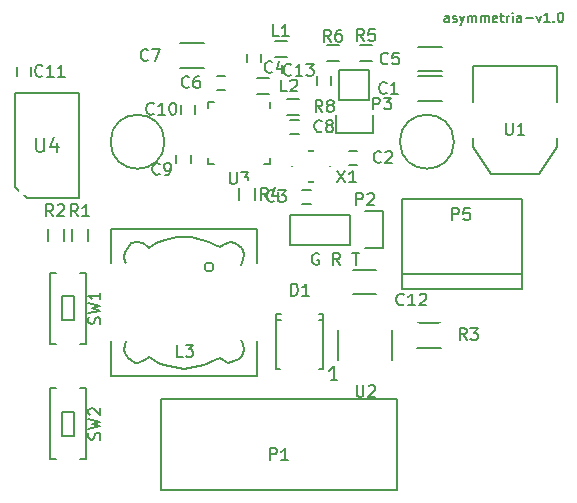
<source format=gto>
G04 #@! TF.FileFunction,Legend,Top*
%FSLAX46Y46*%
G04 Gerber Fmt 4.6, Leading zero omitted, Abs format (unit mm)*
G04 Created by KiCad (PCBNEW 4.0.0-2.201512062335+6193~38~ubuntu15.10.1-stable) date ke 13. tammikuuta 2016 13.01.44*
%MOMM*%
G01*
G04 APERTURE LIST*
%ADD10C,0.100000*%
%ADD11C,0.150000*%
%ADD12C,0.200000*%
%ADD13R,3.205480X5.704840*%
%ADD14C,4.304800*%
%ADD15R,2.844800X2.844800*%
%ADD16C,2.844800*%
%ADD17R,1.054800X1.104800*%
%ADD18R,1.304800X1.904800*%
%ADD19R,1.104800X1.054800*%
%ADD20R,2.606040X2.804160*%
%ADD21R,0.804800X1.204800*%
%ADD22R,2.032000X2.336800*%
%ADD23O,2.032000X2.336800*%
%ADD24R,1.204800X0.804800*%
%ADD25R,1.204800X2.004800*%
%ADD26R,3.962400X2.336800*%
%ADD27R,1.320800X2.336800*%
%ADD28R,1.005840X1.805940*%
%ADD29R,1.305560X1.805940*%
%ADD30R,2.303780X1.104900*%
%ADD31R,0.300800X0.750800*%
%ADD32R,0.750800X0.300800*%
%ADD33R,1.775800X1.775800*%
%ADD34R,0.904800X2.504800*%
%ADD35R,1.704800X1.504800*%
%ADD36R,2.336800X2.336800*%
%ADD37O,2.336800X2.336800*%
%ADD38R,1.904800X2.484800*%
G04 APERTURE END LIST*
D10*
D11*
X153403880Y-61665405D02*
X153403880Y-61246357D01*
X153365785Y-61170167D01*
X153289595Y-61132071D01*
X153137214Y-61132071D01*
X153061023Y-61170167D01*
X153403880Y-61627310D02*
X153327690Y-61665405D01*
X153137214Y-61665405D01*
X153061023Y-61627310D01*
X153022928Y-61551119D01*
X153022928Y-61474929D01*
X153061023Y-61398738D01*
X153137214Y-61360643D01*
X153327690Y-61360643D01*
X153403880Y-61322548D01*
X153746738Y-61627310D02*
X153822928Y-61665405D01*
X153975309Y-61665405D01*
X154051500Y-61627310D01*
X154089595Y-61551119D01*
X154089595Y-61513024D01*
X154051500Y-61436833D01*
X153975309Y-61398738D01*
X153861024Y-61398738D01*
X153784833Y-61360643D01*
X153746738Y-61284452D01*
X153746738Y-61246357D01*
X153784833Y-61170167D01*
X153861024Y-61132071D01*
X153975309Y-61132071D01*
X154051500Y-61170167D01*
X154356262Y-61132071D02*
X154546738Y-61665405D01*
X154737214Y-61132071D02*
X154546738Y-61665405D01*
X154470547Y-61855881D01*
X154432452Y-61893976D01*
X154356262Y-61932071D01*
X155041976Y-61665405D02*
X155041976Y-61132071D01*
X155041976Y-61208262D02*
X155080071Y-61170167D01*
X155156262Y-61132071D01*
X155270548Y-61132071D01*
X155346738Y-61170167D01*
X155384833Y-61246357D01*
X155384833Y-61665405D01*
X155384833Y-61246357D02*
X155422929Y-61170167D01*
X155499119Y-61132071D01*
X155613405Y-61132071D01*
X155689595Y-61170167D01*
X155727690Y-61246357D01*
X155727690Y-61665405D01*
X156108643Y-61665405D02*
X156108643Y-61132071D01*
X156108643Y-61208262D02*
X156146738Y-61170167D01*
X156222929Y-61132071D01*
X156337215Y-61132071D01*
X156413405Y-61170167D01*
X156451500Y-61246357D01*
X156451500Y-61665405D01*
X156451500Y-61246357D02*
X156489596Y-61170167D01*
X156565786Y-61132071D01*
X156680072Y-61132071D01*
X156756262Y-61170167D01*
X156794357Y-61246357D01*
X156794357Y-61665405D01*
X157480072Y-61627310D02*
X157403882Y-61665405D01*
X157251501Y-61665405D01*
X157175310Y-61627310D01*
X157137215Y-61551119D01*
X157137215Y-61246357D01*
X157175310Y-61170167D01*
X157251501Y-61132071D01*
X157403882Y-61132071D01*
X157480072Y-61170167D01*
X157518167Y-61246357D01*
X157518167Y-61322548D01*
X157137215Y-61398738D01*
X157746738Y-61132071D02*
X158051500Y-61132071D01*
X157861024Y-60865405D02*
X157861024Y-61551119D01*
X157899119Y-61627310D01*
X157975310Y-61665405D01*
X158051500Y-61665405D01*
X158318167Y-61665405D02*
X158318167Y-61132071D01*
X158318167Y-61284452D02*
X158356262Y-61208262D01*
X158394358Y-61170167D01*
X158470548Y-61132071D01*
X158546739Y-61132071D01*
X158813405Y-61665405D02*
X158813405Y-61132071D01*
X158813405Y-60865405D02*
X158775310Y-60903500D01*
X158813405Y-60941595D01*
X158851500Y-60903500D01*
X158813405Y-60865405D01*
X158813405Y-60941595D01*
X159537214Y-61665405D02*
X159537214Y-61246357D01*
X159499119Y-61170167D01*
X159422929Y-61132071D01*
X159270548Y-61132071D01*
X159194357Y-61170167D01*
X159537214Y-61627310D02*
X159461024Y-61665405D01*
X159270548Y-61665405D01*
X159194357Y-61627310D01*
X159156262Y-61551119D01*
X159156262Y-61474929D01*
X159194357Y-61398738D01*
X159270548Y-61360643D01*
X159461024Y-61360643D01*
X159537214Y-61322548D01*
X159918167Y-61360643D02*
X160527691Y-61360643D01*
X160832453Y-61132071D02*
X161022929Y-61665405D01*
X161213405Y-61132071D01*
X161937215Y-61665405D02*
X161480072Y-61665405D01*
X161708643Y-61665405D02*
X161708643Y-60865405D01*
X161632453Y-60979690D01*
X161556262Y-61055881D01*
X161480072Y-61093976D01*
X162280072Y-61589214D02*
X162318167Y-61627310D01*
X162280072Y-61665405D01*
X162241977Y-61627310D01*
X162280072Y-61589214D01*
X162280072Y-61665405D01*
X162813405Y-60865405D02*
X162889596Y-60865405D01*
X162965786Y-60903500D01*
X163003881Y-60941595D01*
X163041977Y-61017786D01*
X163080072Y-61170167D01*
X163080072Y-61360643D01*
X163041977Y-61513024D01*
X163003881Y-61589214D01*
X162965786Y-61627310D01*
X162889596Y-61665405D01*
X162813405Y-61665405D01*
X162737215Y-61627310D01*
X162699119Y-61589214D01*
X162661024Y-61513024D01*
X162622929Y-61360643D01*
X162622929Y-61170167D01*
X162661024Y-61017786D01*
X162699119Y-60941595D01*
X162737215Y-60903500D01*
X162813405Y-60865405D01*
D12*
X142383048Y-81288000D02*
X142287810Y-81240381D01*
X142144953Y-81240381D01*
X142002095Y-81288000D01*
X141906857Y-81383238D01*
X141859238Y-81478476D01*
X141811619Y-81668952D01*
X141811619Y-81811810D01*
X141859238Y-82002286D01*
X141906857Y-82097524D01*
X142002095Y-82192762D01*
X142144953Y-82240381D01*
X142240191Y-82240381D01*
X142383048Y-82192762D01*
X142430667Y-82145143D01*
X142430667Y-81811810D01*
X142240191Y-81811810D01*
X144192572Y-82240381D02*
X143859238Y-81764190D01*
X143621143Y-82240381D02*
X143621143Y-81240381D01*
X144002096Y-81240381D01*
X144097334Y-81288000D01*
X144144953Y-81335619D01*
X144192572Y-81430857D01*
X144192572Y-81573714D01*
X144144953Y-81668952D01*
X144097334Y-81716571D01*
X144002096Y-81764190D01*
X143621143Y-81764190D01*
X145240191Y-81240381D02*
X145811620Y-81240381D01*
X145525905Y-82240381D02*
X145525905Y-81240381D01*
D11*
X133500314Y-82407760D02*
G75*
G03X133500314Y-82407760I-391234J0D01*
G01*
X126108840Y-82108040D02*
X126007240Y-82006440D01*
X126007240Y-82006440D02*
X125908180Y-81607660D01*
X125908180Y-81607660D02*
X126007240Y-81107280D01*
X126007240Y-81107280D02*
X126207900Y-80807560D01*
X126207900Y-80807560D02*
X126507620Y-80406240D01*
X126507620Y-80406240D02*
X127008000Y-80307180D01*
X127008000Y-80307180D02*
X127508380Y-80406240D01*
X127508380Y-80406240D02*
X127909700Y-80708500D01*
X127909700Y-80708500D02*
X128008760Y-80807560D01*
X128008760Y-80807560D02*
X128608200Y-80406240D01*
X128608200Y-80406240D02*
X129408300Y-80106520D01*
X129408300Y-80106520D02*
X130409060Y-79908400D01*
X130409060Y-79908400D02*
X131607940Y-79908400D01*
X131607940Y-79908400D02*
X132509640Y-80106520D01*
X132509640Y-80106520D02*
X133109080Y-80307180D01*
X133109080Y-80307180D02*
X133609460Y-80507840D01*
X133609460Y-80507840D02*
X134008240Y-80708500D01*
X134008240Y-80708500D02*
X134307960Y-80507840D01*
X134307960Y-80507840D02*
X134907400Y-80307180D01*
X134907400Y-80307180D02*
X135308720Y-80406240D01*
X135308720Y-80406240D02*
X135608440Y-80606900D01*
X135608440Y-80606900D02*
X135908160Y-80807560D01*
X135908160Y-80807560D02*
X136108820Y-81307940D01*
X136108820Y-81307940D02*
X136009760Y-81808320D01*
X136009760Y-81808320D02*
X135809100Y-82207100D01*
X126108840Y-88706960D02*
X126007240Y-89006680D01*
X126007240Y-89006680D02*
X125908180Y-89408000D01*
X125908180Y-89408000D02*
X126007240Y-89707720D01*
X126007240Y-89707720D02*
X126207900Y-90106500D01*
X126207900Y-90106500D02*
X126507620Y-90307160D01*
X126507620Y-90307160D02*
X126807340Y-90507820D01*
X126807340Y-90507820D02*
X127109600Y-90507820D01*
X127109600Y-90507820D02*
X127409320Y-90408760D01*
X127409320Y-90408760D02*
X127709040Y-90307160D01*
X127709040Y-90307160D02*
X128008760Y-90007440D01*
X128008760Y-90007440D02*
X128407540Y-90307160D01*
X128407540Y-90307160D02*
X128808860Y-90507820D01*
X128808860Y-90507820D02*
X129309240Y-90708480D01*
X129309240Y-90708480D02*
X130109340Y-90906600D01*
X130109340Y-90906600D02*
X131008500Y-91008200D01*
X131008500Y-91008200D02*
X131808600Y-90906600D01*
X131808600Y-90906600D02*
X132707760Y-90708480D01*
X132707760Y-90708480D02*
X133609460Y-90307160D01*
X133609460Y-90307160D02*
X134008240Y-90106500D01*
X134008240Y-90106500D02*
X134307960Y-90307160D01*
X134307960Y-90307160D02*
X134709280Y-90507820D01*
X134709280Y-90507820D02*
X135209660Y-90408760D01*
X135209660Y-90408760D02*
X135608440Y-90208100D01*
X135608440Y-90208100D02*
X135908160Y-89908380D01*
X135908160Y-89908380D02*
X136108820Y-89408000D01*
X136108820Y-89408000D02*
X136009760Y-88907620D01*
X136009760Y-88907620D02*
X135809100Y-88607900D01*
X137208640Y-82108040D02*
X137208640Y-79207360D01*
X137208640Y-79207360D02*
X124808360Y-79207360D01*
X124808360Y-79207360D02*
X124808360Y-82108040D01*
X124808360Y-91607640D02*
X137208640Y-91607640D01*
X137208640Y-91607640D02*
X137208640Y-88706960D01*
X124808360Y-91607640D02*
X124808360Y-88706960D01*
X153837500Y-71803500D02*
G75*
G03X153837500Y-71803500I-2286000J0D01*
G01*
X149011500Y-101303500D02*
X149011500Y-93553500D01*
X129011500Y-101303500D02*
X129011500Y-93553500D01*
X129011500Y-101303500D02*
X149011500Y-101303500D01*
X136511500Y-93553500D02*
X129011500Y-93553500D01*
X149011500Y-93553500D02*
X136261500Y-93553500D01*
X130339500Y-73634700D02*
X130339500Y-72934700D01*
X131539500Y-72934700D02*
X131539500Y-73634700D01*
X150801500Y-68328500D02*
X152801500Y-68328500D01*
X152801500Y-66278500D02*
X150801500Y-66278500D01*
X144938000Y-72552000D02*
X145638000Y-72552000D01*
X145638000Y-73752000D02*
X144938000Y-73752000D01*
X141001000Y-75854000D02*
X141701000Y-75854000D01*
X141701000Y-77054000D02*
X141001000Y-77054000D01*
X136306000Y-65056500D02*
X136306000Y-64356500D01*
X137506000Y-64356500D02*
X137506000Y-65056500D01*
X150801500Y-65828500D02*
X152801500Y-65828500D01*
X152801500Y-63778500D02*
X150801500Y-63778500D01*
X134462000Y-67402000D02*
X133762000Y-67402000D01*
X133762000Y-66202000D02*
X134462000Y-66202000D01*
X130651500Y-65528500D02*
X132651500Y-65528500D01*
X132651500Y-63478500D02*
X130651500Y-63478500D01*
X139985000Y-69948500D02*
X140685000Y-69948500D01*
X140685000Y-71148500D02*
X139985000Y-71148500D01*
X130745900Y-69418300D02*
X130745900Y-68718300D01*
X131945900Y-68718300D02*
X131945900Y-69418300D01*
X116875000Y-66199500D02*
X116875000Y-65499500D01*
X118075000Y-65499500D02*
X118075000Y-66199500D01*
X147286600Y-82668000D02*
X145286600Y-82668000D01*
X145286600Y-84718000D02*
X147286600Y-84718000D01*
X143426700Y-66279900D02*
X143426700Y-66979900D01*
X142226700Y-66979900D02*
X142226700Y-66279900D01*
X139000200Y-86415880D02*
X139200000Y-86415880D01*
X139050200Y-86872920D02*
X139199200Y-86872920D01*
X139000200Y-91018360D02*
X139149200Y-91018360D01*
X142600200Y-86420960D02*
X142451200Y-86420960D01*
X142600200Y-86872920D02*
X142451200Y-86872920D01*
X142600200Y-91023440D02*
X142451200Y-91023440D01*
X138851220Y-86872920D02*
X139049340Y-86872920D01*
X142799180Y-86872920D02*
X142601060Y-86872920D01*
X138803760Y-91018360D02*
X139001880Y-91018360D01*
X138803760Y-86415880D02*
X138803760Y-91018360D01*
X138803760Y-86415880D02*
X139001880Y-86415880D01*
X142799180Y-86420960D02*
X142601060Y-86420960D01*
X142799180Y-86420960D02*
X142799180Y-91023440D01*
X142799180Y-91023440D02*
X142601060Y-91023440D01*
X138692000Y-63269500D02*
X139692000Y-63269500D01*
X139692000Y-64619500D02*
X138692000Y-64619500D01*
X137168000Y-66381000D02*
X138168000Y-66381000D01*
X138168000Y-67731000D02*
X137168000Y-67731000D01*
X145034000Y-77978000D02*
X139954000Y-77978000D01*
X139954000Y-77978000D02*
X139954000Y-80518000D01*
X139954000Y-80518000D02*
X145034000Y-80518000D01*
X147854000Y-80798000D02*
X146304000Y-80798000D01*
X145034000Y-80518000D02*
X145034000Y-77978000D01*
X146304000Y-77698000D02*
X147854000Y-77698000D01*
X147854000Y-77698000D02*
X147854000Y-80798000D01*
X122851500Y-79185500D02*
X122851500Y-80185500D01*
X121501500Y-80185500D02*
X121501500Y-79185500D01*
X120819500Y-79185500D02*
X120819500Y-80185500D01*
X119469500Y-80185500D02*
X119469500Y-79185500D01*
X150709500Y-87126500D02*
X152709500Y-87126500D01*
X152709500Y-89276500D02*
X150709500Y-89276500D01*
X137009500Y-75763500D02*
X137009500Y-76763500D01*
X135659500Y-76763500D02*
X135659500Y-75763500D01*
X162556000Y-68476000D02*
X162556000Y-65428000D01*
X162556000Y-65428000D02*
X155444000Y-65428000D01*
X155444000Y-65428000D02*
X155444000Y-68476000D01*
X162556000Y-71524000D02*
X162556000Y-72286000D01*
X162556000Y-72286000D02*
X161032000Y-74572000D01*
X161032000Y-74572000D02*
X156968000Y-74572000D01*
X156968000Y-74572000D02*
X155444000Y-72286000D01*
X155444000Y-72286000D02*
X155444000Y-71524000D01*
X143462120Y-91975940D02*
X143962500Y-91975940D01*
X143261460Y-91175840D02*
X143711040Y-90777060D01*
X143711040Y-90777060D02*
X143711040Y-91975940D01*
X144010760Y-90327480D02*
X144010760Y-87726520D01*
X148613240Y-87726520D02*
X148613240Y-90327480D01*
X138276500Y-73678500D02*
X137751500Y-73678500D01*
X133026500Y-68428500D02*
X133551500Y-68428500D01*
X133026500Y-73678500D02*
X133551500Y-73678500D01*
X138276500Y-68428500D02*
X138276500Y-68953500D01*
X133026500Y-68428500D02*
X133026500Y-68953500D01*
X133026500Y-73678500D02*
X133026500Y-73153500D01*
X138276500Y-73678500D02*
X138276500Y-73153500D01*
D12*
X116675000Y-75611000D02*
X117675000Y-76611000D01*
X117675000Y-76611000D02*
X122085000Y-76611000D01*
X122085000Y-76611000D02*
X122085000Y-67661000D01*
X122085000Y-67661000D02*
X116675000Y-67661000D01*
X116675000Y-67661000D02*
X116675000Y-75611000D01*
D11*
X143332000Y-75214000D02*
X140132000Y-75214000D01*
X140132000Y-75214000D02*
X140132000Y-72614000D01*
X140132000Y-72614000D02*
X143332000Y-72614000D01*
X143332000Y-72614000D02*
X143332000Y-75214000D01*
X144147500Y-68255500D02*
X144147500Y-65715500D01*
X143867500Y-71075500D02*
X143867500Y-69525500D01*
X144147500Y-68255500D02*
X146687500Y-68255500D01*
X146967500Y-69525500D02*
X146967500Y-71075500D01*
X146967500Y-71075500D02*
X143867500Y-71075500D01*
X146687500Y-68255500D02*
X146687500Y-65715500D01*
X146687500Y-65715500D02*
X144147500Y-65715500D01*
X145882700Y-63618100D02*
X146882700Y-63618100D01*
X146882700Y-64968100D02*
X145882700Y-64968100D01*
X143088700Y-63618100D02*
X144088700Y-63618100D01*
X144088700Y-64968100D02*
X143088700Y-64968100D01*
X159580000Y-83040000D02*
X149420000Y-83040000D01*
X159580000Y-84310000D02*
X159580000Y-76690000D01*
X159580000Y-76690000D02*
X149420000Y-76690000D01*
X149420000Y-76690000D02*
X149420000Y-84310000D01*
X149420000Y-84310000D02*
X159580000Y-84310000D01*
X139708000Y-68159000D02*
X140708000Y-68159000D01*
X140708000Y-69509000D02*
X139708000Y-69509000D01*
X129337500Y-71803500D02*
G75*
G03X129337500Y-71803500I-2286000J0D01*
G01*
X120660500Y-86908500D02*
X121660500Y-86908500D01*
X121660500Y-86908500D02*
X121660500Y-84908500D01*
X121660500Y-84908500D02*
X120660500Y-84908500D01*
X120660500Y-84908500D02*
X120660500Y-86908500D01*
X122160500Y-88908500D02*
X122660500Y-88908500D01*
X122660500Y-88908500D02*
X122660500Y-82908500D01*
X122660500Y-82908500D02*
X122160500Y-82908500D01*
X119660500Y-88908500D02*
X120160500Y-88908500D01*
X119660500Y-88908500D02*
X119660500Y-82908500D01*
X119660500Y-82908500D02*
X120160500Y-82908500D01*
X121660500Y-94687500D02*
X120660500Y-94687500D01*
X120660500Y-94687500D02*
X120660500Y-96687500D01*
X120660500Y-96687500D02*
X121660500Y-96687500D01*
X121660500Y-96687500D02*
X121660500Y-94687500D01*
X120160500Y-92687500D02*
X119660500Y-92687500D01*
X119660500Y-92687500D02*
X119660500Y-98687500D01*
X119660500Y-98687500D02*
X120160500Y-98687500D01*
X122660500Y-92687500D02*
X122160500Y-92687500D01*
X122660500Y-92687500D02*
X122660500Y-98687500D01*
X122660500Y-98687500D02*
X122160500Y-98687500D01*
X130879934Y-90012781D02*
X130403743Y-90012781D01*
X130403743Y-89012781D01*
X131118029Y-89012781D02*
X131737077Y-89012781D01*
X131403743Y-89393733D01*
X131546601Y-89393733D01*
X131641839Y-89441352D01*
X131689458Y-89488971D01*
X131737077Y-89584210D01*
X131737077Y-89822305D01*
X131689458Y-89917543D01*
X131641839Y-89965162D01*
X131546601Y-90012781D01*
X131260886Y-90012781D01*
X131165648Y-89965162D01*
X131118029Y-89917543D01*
X138273405Y-98755881D02*
X138273405Y-97755881D01*
X138654358Y-97755881D01*
X138749596Y-97803500D01*
X138797215Y-97851119D01*
X138844834Y-97946357D01*
X138844834Y-98089214D01*
X138797215Y-98184452D01*
X138749596Y-98232071D01*
X138654358Y-98279690D01*
X138273405Y-98279690D01*
X139797215Y-98755881D02*
X139225786Y-98755881D01*
X139511500Y-98755881D02*
X139511500Y-97755881D01*
X139416262Y-97898738D01*
X139321024Y-97993976D01*
X139225786Y-98041595D01*
X128931334Y-74530843D02*
X128883715Y-74578462D01*
X128740858Y-74626081D01*
X128645620Y-74626081D01*
X128502762Y-74578462D01*
X128407524Y-74483224D01*
X128359905Y-74387986D01*
X128312286Y-74197510D01*
X128312286Y-74054652D01*
X128359905Y-73864176D01*
X128407524Y-73768938D01*
X128502762Y-73673700D01*
X128645620Y-73626081D01*
X128740858Y-73626081D01*
X128883715Y-73673700D01*
X128931334Y-73721319D01*
X129407524Y-74626081D02*
X129598000Y-74626081D01*
X129693239Y-74578462D01*
X129740858Y-74530843D01*
X129836096Y-74387986D01*
X129883715Y-74197510D01*
X129883715Y-73816557D01*
X129836096Y-73721319D01*
X129788477Y-73673700D01*
X129693239Y-73626081D01*
X129502762Y-73626081D01*
X129407524Y-73673700D01*
X129359905Y-73721319D01*
X129312286Y-73816557D01*
X129312286Y-74054652D01*
X129359905Y-74149890D01*
X129407524Y-74197510D01*
X129502762Y-74245129D01*
X129693239Y-74245129D01*
X129788477Y-74197510D01*
X129836096Y-74149890D01*
X129883715Y-74054652D01*
X148134834Y-67660643D02*
X148087215Y-67708262D01*
X147944358Y-67755881D01*
X147849120Y-67755881D01*
X147706262Y-67708262D01*
X147611024Y-67613024D01*
X147563405Y-67517786D01*
X147515786Y-67327310D01*
X147515786Y-67184452D01*
X147563405Y-66993976D01*
X147611024Y-66898738D01*
X147706262Y-66803500D01*
X147849120Y-66755881D01*
X147944358Y-66755881D01*
X148087215Y-66803500D01*
X148134834Y-66851119D01*
X149087215Y-67755881D02*
X148515786Y-67755881D01*
X148801500Y-67755881D02*
X148801500Y-66755881D01*
X148706262Y-66898738D01*
X148611024Y-66993976D01*
X148515786Y-67041595D01*
X147661334Y-73509143D02*
X147613715Y-73556762D01*
X147470858Y-73604381D01*
X147375620Y-73604381D01*
X147232762Y-73556762D01*
X147137524Y-73461524D01*
X147089905Y-73366286D01*
X147042286Y-73175810D01*
X147042286Y-73032952D01*
X147089905Y-72842476D01*
X147137524Y-72747238D01*
X147232762Y-72652000D01*
X147375620Y-72604381D01*
X147470858Y-72604381D01*
X147613715Y-72652000D01*
X147661334Y-72699619D01*
X148042286Y-72699619D02*
X148089905Y-72652000D01*
X148185143Y-72604381D01*
X148423239Y-72604381D01*
X148518477Y-72652000D01*
X148566096Y-72699619D01*
X148613715Y-72794857D01*
X148613715Y-72890095D01*
X148566096Y-73032952D01*
X147994667Y-73604381D01*
X148613715Y-73604381D01*
X138644334Y-76811143D02*
X138596715Y-76858762D01*
X138453858Y-76906381D01*
X138358620Y-76906381D01*
X138215762Y-76858762D01*
X138120524Y-76763524D01*
X138072905Y-76668286D01*
X138025286Y-76477810D01*
X138025286Y-76334952D01*
X138072905Y-76144476D01*
X138120524Y-76049238D01*
X138215762Y-75954000D01*
X138358620Y-75906381D01*
X138453858Y-75906381D01*
X138596715Y-75954000D01*
X138644334Y-76001619D01*
X138977667Y-75906381D02*
X139596715Y-75906381D01*
X139263381Y-76287333D01*
X139406239Y-76287333D01*
X139501477Y-76334952D01*
X139549096Y-76382571D01*
X139596715Y-76477810D01*
X139596715Y-76715905D01*
X139549096Y-76811143D01*
X139501477Y-76858762D01*
X139406239Y-76906381D01*
X139120524Y-76906381D01*
X139025286Y-76858762D01*
X138977667Y-76811143D01*
X138453834Y-65889143D02*
X138406215Y-65936762D01*
X138263358Y-65984381D01*
X138168120Y-65984381D01*
X138025262Y-65936762D01*
X137930024Y-65841524D01*
X137882405Y-65746286D01*
X137834786Y-65555810D01*
X137834786Y-65412952D01*
X137882405Y-65222476D01*
X137930024Y-65127238D01*
X138025262Y-65032000D01*
X138168120Y-64984381D01*
X138263358Y-64984381D01*
X138406215Y-65032000D01*
X138453834Y-65079619D01*
X139310977Y-65317714D02*
X139310977Y-65984381D01*
X139072881Y-64936762D02*
X138834786Y-65651048D01*
X139453834Y-65651048D01*
X148259134Y-65166343D02*
X148211515Y-65213962D01*
X148068658Y-65261581D01*
X147973420Y-65261581D01*
X147830562Y-65213962D01*
X147735324Y-65118724D01*
X147687705Y-65023486D01*
X147640086Y-64833010D01*
X147640086Y-64690152D01*
X147687705Y-64499676D01*
X147735324Y-64404438D01*
X147830562Y-64309200D01*
X147973420Y-64261581D01*
X148068658Y-64261581D01*
X148211515Y-64309200D01*
X148259134Y-64356819D01*
X149163896Y-64261581D02*
X148687705Y-64261581D01*
X148640086Y-64737771D01*
X148687705Y-64690152D01*
X148782943Y-64642533D01*
X149021039Y-64642533D01*
X149116277Y-64690152D01*
X149163896Y-64737771D01*
X149211515Y-64833010D01*
X149211515Y-65071105D01*
X149163896Y-65166343D01*
X149116277Y-65213962D01*
X149021039Y-65261581D01*
X148782943Y-65261581D01*
X148687705Y-65213962D01*
X148640086Y-65166343D01*
X131405334Y-67159143D02*
X131357715Y-67206762D01*
X131214858Y-67254381D01*
X131119620Y-67254381D01*
X130976762Y-67206762D01*
X130881524Y-67111524D01*
X130833905Y-67016286D01*
X130786286Y-66825810D01*
X130786286Y-66682952D01*
X130833905Y-66492476D01*
X130881524Y-66397238D01*
X130976762Y-66302000D01*
X131119620Y-66254381D01*
X131214858Y-66254381D01*
X131357715Y-66302000D01*
X131405334Y-66349619D01*
X132262477Y-66254381D02*
X132072000Y-66254381D01*
X131976762Y-66302000D01*
X131929143Y-66349619D01*
X131833905Y-66492476D01*
X131786286Y-66682952D01*
X131786286Y-67063905D01*
X131833905Y-67159143D01*
X131881524Y-67206762D01*
X131976762Y-67254381D01*
X132167239Y-67254381D01*
X132262477Y-67206762D01*
X132310096Y-67159143D01*
X132357715Y-67063905D01*
X132357715Y-66825810D01*
X132310096Y-66730571D01*
X132262477Y-66682952D01*
X132167239Y-66635333D01*
X131976762Y-66635333D01*
X131881524Y-66682952D01*
X131833905Y-66730571D01*
X131786286Y-66825810D01*
X127928834Y-64860643D02*
X127881215Y-64908262D01*
X127738358Y-64955881D01*
X127643120Y-64955881D01*
X127500262Y-64908262D01*
X127405024Y-64813024D01*
X127357405Y-64717786D01*
X127309786Y-64527310D01*
X127309786Y-64384452D01*
X127357405Y-64193976D01*
X127405024Y-64098738D01*
X127500262Y-64003500D01*
X127643120Y-63955881D01*
X127738358Y-63955881D01*
X127881215Y-64003500D01*
X127928834Y-64051119D01*
X128262167Y-63955881D02*
X128928834Y-63955881D01*
X128500262Y-64955881D01*
X142647334Y-70898643D02*
X142599715Y-70946262D01*
X142456858Y-70993881D01*
X142361620Y-70993881D01*
X142218762Y-70946262D01*
X142123524Y-70851024D01*
X142075905Y-70755786D01*
X142028286Y-70565310D01*
X142028286Y-70422452D01*
X142075905Y-70231976D01*
X142123524Y-70136738D01*
X142218762Y-70041500D01*
X142361620Y-69993881D01*
X142456858Y-69993881D01*
X142599715Y-70041500D01*
X142647334Y-70089119D01*
X143218762Y-70422452D02*
X143123524Y-70374833D01*
X143075905Y-70327214D01*
X143028286Y-70231976D01*
X143028286Y-70184357D01*
X143075905Y-70089119D01*
X143123524Y-70041500D01*
X143218762Y-69993881D01*
X143409239Y-69993881D01*
X143504477Y-70041500D01*
X143552096Y-70089119D01*
X143599715Y-70184357D01*
X143599715Y-70231976D01*
X143552096Y-70327214D01*
X143504477Y-70374833D01*
X143409239Y-70422452D01*
X143218762Y-70422452D01*
X143123524Y-70470071D01*
X143075905Y-70517690D01*
X143028286Y-70612929D01*
X143028286Y-70803405D01*
X143075905Y-70898643D01*
X143123524Y-70946262D01*
X143218762Y-70993881D01*
X143409239Y-70993881D01*
X143504477Y-70946262D01*
X143552096Y-70898643D01*
X143599715Y-70803405D01*
X143599715Y-70612929D01*
X143552096Y-70517690D01*
X143504477Y-70470071D01*
X143409239Y-70422452D01*
X128417043Y-69425443D02*
X128369424Y-69473062D01*
X128226567Y-69520681D01*
X128131329Y-69520681D01*
X127988471Y-69473062D01*
X127893233Y-69377824D01*
X127845614Y-69282586D01*
X127797995Y-69092110D01*
X127797995Y-68949252D01*
X127845614Y-68758776D01*
X127893233Y-68663538D01*
X127988471Y-68568300D01*
X128131329Y-68520681D01*
X128226567Y-68520681D01*
X128369424Y-68568300D01*
X128417043Y-68615919D01*
X129369424Y-69520681D02*
X128797995Y-69520681D01*
X129083709Y-69520681D02*
X129083709Y-68520681D01*
X128988471Y-68663538D01*
X128893233Y-68758776D01*
X128797995Y-68806395D01*
X129988471Y-68520681D02*
X130083710Y-68520681D01*
X130178948Y-68568300D01*
X130226567Y-68615919D01*
X130274186Y-68711157D01*
X130321805Y-68901633D01*
X130321805Y-69139729D01*
X130274186Y-69330205D01*
X130226567Y-69425443D01*
X130178948Y-69473062D01*
X130083710Y-69520681D01*
X129988471Y-69520681D01*
X129893233Y-69473062D01*
X129845614Y-69425443D01*
X129797995Y-69330205D01*
X129750376Y-69139729D01*
X129750376Y-68901633D01*
X129797995Y-68711157D01*
X129845614Y-68615919D01*
X129893233Y-68568300D01*
X129988471Y-68520681D01*
X118991143Y-66206643D02*
X118943524Y-66254262D01*
X118800667Y-66301881D01*
X118705429Y-66301881D01*
X118562571Y-66254262D01*
X118467333Y-66159024D01*
X118419714Y-66063786D01*
X118372095Y-65873310D01*
X118372095Y-65730452D01*
X118419714Y-65539976D01*
X118467333Y-65444738D01*
X118562571Y-65349500D01*
X118705429Y-65301881D01*
X118800667Y-65301881D01*
X118943524Y-65349500D01*
X118991143Y-65397119D01*
X119943524Y-66301881D02*
X119372095Y-66301881D01*
X119657809Y-66301881D02*
X119657809Y-65301881D01*
X119562571Y-65444738D01*
X119467333Y-65539976D01*
X119372095Y-65587595D01*
X120895905Y-66301881D02*
X120324476Y-66301881D01*
X120610190Y-66301881D02*
X120610190Y-65301881D01*
X120514952Y-65444738D01*
X120419714Y-65539976D01*
X120324476Y-65587595D01*
X149598143Y-85574143D02*
X149550524Y-85621762D01*
X149407667Y-85669381D01*
X149312429Y-85669381D01*
X149169571Y-85621762D01*
X149074333Y-85526524D01*
X149026714Y-85431286D01*
X148979095Y-85240810D01*
X148979095Y-85097952D01*
X149026714Y-84907476D01*
X149074333Y-84812238D01*
X149169571Y-84717000D01*
X149312429Y-84669381D01*
X149407667Y-84669381D01*
X149550524Y-84717000D01*
X149598143Y-84764619D01*
X150550524Y-85669381D02*
X149979095Y-85669381D01*
X150264809Y-85669381D02*
X150264809Y-84669381D01*
X150169571Y-84812238D01*
X150074333Y-84907476D01*
X149979095Y-84955095D01*
X150931476Y-84764619D02*
X150979095Y-84717000D01*
X151074333Y-84669381D01*
X151312429Y-84669381D01*
X151407667Y-84717000D01*
X151455286Y-84764619D01*
X151502905Y-84859857D01*
X151502905Y-84955095D01*
X151455286Y-85097952D01*
X150883857Y-85669381D01*
X151502905Y-85669381D01*
X140050243Y-66123443D02*
X140002624Y-66171062D01*
X139859767Y-66218681D01*
X139764529Y-66218681D01*
X139621671Y-66171062D01*
X139526433Y-66075824D01*
X139478814Y-65980586D01*
X139431195Y-65790110D01*
X139431195Y-65647252D01*
X139478814Y-65456776D01*
X139526433Y-65361538D01*
X139621671Y-65266300D01*
X139764529Y-65218681D01*
X139859767Y-65218681D01*
X140002624Y-65266300D01*
X140050243Y-65313919D01*
X141002624Y-66218681D02*
X140431195Y-66218681D01*
X140716909Y-66218681D02*
X140716909Y-65218681D01*
X140621671Y-65361538D01*
X140526433Y-65456776D01*
X140431195Y-65504395D01*
X141335957Y-65218681D02*
X141955005Y-65218681D01*
X141621671Y-65599633D01*
X141764529Y-65599633D01*
X141859767Y-65647252D01*
X141907386Y-65694871D01*
X141955005Y-65790110D01*
X141955005Y-66028205D01*
X141907386Y-66123443D01*
X141859767Y-66171062D01*
X141764529Y-66218681D01*
X141478814Y-66218681D01*
X141383576Y-66171062D01*
X141335957Y-66123443D01*
X140062105Y-84831181D02*
X140062105Y-83831181D01*
X140300200Y-83831181D01*
X140443058Y-83878800D01*
X140538296Y-83974038D01*
X140585915Y-84069276D01*
X140633534Y-84259752D01*
X140633534Y-84402610D01*
X140585915Y-84593086D01*
X140538296Y-84688324D01*
X140443058Y-84783562D01*
X140300200Y-84831181D01*
X140062105Y-84831181D01*
X141585915Y-84831181D02*
X141014486Y-84831181D01*
X141300200Y-84831181D02*
X141300200Y-83831181D01*
X141204962Y-83974038D01*
X141109724Y-84069276D01*
X141014486Y-84116895D01*
X139002434Y-62865881D02*
X138526243Y-62865881D01*
X138526243Y-61865881D01*
X139859577Y-62865881D02*
X139288148Y-62865881D01*
X139573862Y-62865881D02*
X139573862Y-61865881D01*
X139478624Y-62008738D01*
X139383386Y-62103976D01*
X139288148Y-62151595D01*
X139713634Y-67539481D02*
X139237443Y-67539481D01*
X139237443Y-66539481D01*
X139999348Y-66634719D02*
X140046967Y-66587100D01*
X140142205Y-66539481D01*
X140380301Y-66539481D01*
X140475539Y-66587100D01*
X140523158Y-66634719D01*
X140570777Y-66729957D01*
X140570777Y-66825195D01*
X140523158Y-66968052D01*
X139951729Y-67539481D01*
X140570777Y-67539481D01*
X145565905Y-77160381D02*
X145565905Y-76160381D01*
X145946858Y-76160381D01*
X146042096Y-76208000D01*
X146089715Y-76255619D01*
X146137334Y-76350857D01*
X146137334Y-76493714D01*
X146089715Y-76588952D01*
X146042096Y-76636571D01*
X145946858Y-76684190D01*
X145565905Y-76684190D01*
X146518286Y-76255619D02*
X146565905Y-76208000D01*
X146661143Y-76160381D01*
X146899239Y-76160381D01*
X146994477Y-76208000D01*
X147042096Y-76255619D01*
X147089715Y-76350857D01*
X147089715Y-76446095D01*
X147042096Y-76588952D01*
X146470667Y-77160381D01*
X147089715Y-77160381D01*
X122009834Y-78105881D02*
X121676500Y-77629690D01*
X121438405Y-78105881D02*
X121438405Y-77105881D01*
X121819358Y-77105881D01*
X121914596Y-77153500D01*
X121962215Y-77201119D01*
X122009834Y-77296357D01*
X122009834Y-77439214D01*
X121962215Y-77534452D01*
X121914596Y-77582071D01*
X121819358Y-77629690D01*
X121438405Y-77629690D01*
X122962215Y-78105881D02*
X122390786Y-78105881D01*
X122676500Y-78105881D02*
X122676500Y-77105881D01*
X122581262Y-77248738D01*
X122486024Y-77343976D01*
X122390786Y-77391595D01*
X119914334Y-78105881D02*
X119581000Y-77629690D01*
X119342905Y-78105881D02*
X119342905Y-77105881D01*
X119723858Y-77105881D01*
X119819096Y-77153500D01*
X119866715Y-77201119D01*
X119914334Y-77296357D01*
X119914334Y-77439214D01*
X119866715Y-77534452D01*
X119819096Y-77582071D01*
X119723858Y-77629690D01*
X119342905Y-77629690D01*
X120295286Y-77201119D02*
X120342905Y-77153500D01*
X120438143Y-77105881D01*
X120676239Y-77105881D01*
X120771477Y-77153500D01*
X120819096Y-77201119D01*
X120866715Y-77296357D01*
X120866715Y-77391595D01*
X120819096Y-77534452D01*
X120247667Y-78105881D01*
X120866715Y-78105881D01*
X154908334Y-88590381D02*
X154575000Y-88114190D01*
X154336905Y-88590381D02*
X154336905Y-87590381D01*
X154717858Y-87590381D01*
X154813096Y-87638000D01*
X154860715Y-87685619D01*
X154908334Y-87780857D01*
X154908334Y-87923714D01*
X154860715Y-88018952D01*
X154813096Y-88066571D01*
X154717858Y-88114190D01*
X154336905Y-88114190D01*
X155241667Y-87590381D02*
X155860715Y-87590381D01*
X155527381Y-87971333D01*
X155670239Y-87971333D01*
X155765477Y-88018952D01*
X155813096Y-88066571D01*
X155860715Y-88161810D01*
X155860715Y-88399905D01*
X155813096Y-88495143D01*
X155765477Y-88542762D01*
X155670239Y-88590381D01*
X155384524Y-88590381D01*
X155289286Y-88542762D01*
X155241667Y-88495143D01*
X138072834Y-76715881D02*
X137739500Y-76239690D01*
X137501405Y-76715881D02*
X137501405Y-75715881D01*
X137882358Y-75715881D01*
X137977596Y-75763500D01*
X138025215Y-75811119D01*
X138072834Y-75906357D01*
X138072834Y-76049214D01*
X138025215Y-76144452D01*
X137977596Y-76192071D01*
X137882358Y-76239690D01*
X137501405Y-76239690D01*
X138929977Y-76049214D02*
X138929977Y-76715881D01*
X138691881Y-75668262D02*
X138453786Y-76382548D01*
X139072834Y-76382548D01*
X158238095Y-70214381D02*
X158238095Y-71023905D01*
X158285714Y-71119143D01*
X158333333Y-71166762D01*
X158428571Y-71214381D01*
X158619048Y-71214381D01*
X158714286Y-71166762D01*
X158761905Y-71119143D01*
X158809524Y-71023905D01*
X158809524Y-70214381D01*
X159809524Y-71214381D02*
X159238095Y-71214381D01*
X159523809Y-71214381D02*
X159523809Y-70214381D01*
X159428571Y-70357238D01*
X159333333Y-70452476D01*
X159238095Y-70500095D01*
X145613595Y-92416381D02*
X145613595Y-93225905D01*
X145661214Y-93321143D01*
X145708833Y-93368762D01*
X145804071Y-93416381D01*
X145994548Y-93416381D01*
X146089786Y-93368762D01*
X146137405Y-93321143D01*
X146185024Y-93225905D01*
X146185024Y-92416381D01*
X146613595Y-92511619D02*
X146661214Y-92464000D01*
X146756452Y-92416381D01*
X146994548Y-92416381D01*
X147089786Y-92464000D01*
X147137405Y-92511619D01*
X147185024Y-92606857D01*
X147185024Y-92702095D01*
X147137405Y-92844952D01*
X146565976Y-93416381D01*
X147185024Y-93416381D01*
X134874095Y-74382381D02*
X134874095Y-75191905D01*
X134921714Y-75287143D01*
X134969333Y-75334762D01*
X135064571Y-75382381D01*
X135255048Y-75382381D01*
X135350286Y-75334762D01*
X135397905Y-75287143D01*
X135445524Y-75191905D01*
X135445524Y-74382381D01*
X135826476Y-74382381D02*
X136445524Y-74382381D01*
X136112190Y-74763333D01*
X136255048Y-74763333D01*
X136350286Y-74810952D01*
X136397905Y-74858571D01*
X136445524Y-74953810D01*
X136445524Y-75191905D01*
X136397905Y-75287143D01*
X136350286Y-75334762D01*
X136255048Y-75382381D01*
X135969333Y-75382381D01*
X135874095Y-75334762D01*
X135826476Y-75287143D01*
D12*
X118465714Y-71478857D02*
X118465714Y-72450286D01*
X118522857Y-72564571D01*
X118580000Y-72621714D01*
X118694286Y-72678857D01*
X118922857Y-72678857D01*
X119037143Y-72621714D01*
X119094286Y-72564571D01*
X119151429Y-72450286D01*
X119151429Y-71478857D01*
X120237143Y-71878857D02*
X120237143Y-72678857D01*
X119951429Y-71421714D02*
X119665714Y-72278857D01*
X120408572Y-72278857D01*
D11*
X143970476Y-74255381D02*
X144637143Y-75255381D01*
X144637143Y-74255381D02*
X143970476Y-75255381D01*
X145541905Y-75255381D02*
X144970476Y-75255381D01*
X145256190Y-75255381D02*
X145256190Y-74255381D01*
X145160952Y-74398238D01*
X145065714Y-74493476D01*
X144970476Y-74541095D01*
X147016205Y-69063481D02*
X147016205Y-68063481D01*
X147397158Y-68063481D01*
X147492396Y-68111100D01*
X147540015Y-68158719D01*
X147587634Y-68253957D01*
X147587634Y-68396814D01*
X147540015Y-68492052D01*
X147492396Y-68539671D01*
X147397158Y-68587290D01*
X147016205Y-68587290D01*
X147920967Y-68063481D02*
X148540015Y-68063481D01*
X148206681Y-68444433D01*
X148349539Y-68444433D01*
X148444777Y-68492052D01*
X148492396Y-68539671D01*
X148540015Y-68634910D01*
X148540015Y-68873005D01*
X148492396Y-68968243D01*
X148444777Y-69015862D01*
X148349539Y-69063481D01*
X148063824Y-69063481D01*
X147968586Y-69015862D01*
X147920967Y-68968243D01*
X146216034Y-63272281D02*
X145882700Y-62796090D01*
X145644605Y-63272281D02*
X145644605Y-62272281D01*
X146025558Y-62272281D01*
X146120796Y-62319900D01*
X146168415Y-62367519D01*
X146216034Y-62462757D01*
X146216034Y-62605614D01*
X146168415Y-62700852D01*
X146120796Y-62748471D01*
X146025558Y-62796090D01*
X145644605Y-62796090D01*
X147120796Y-62272281D02*
X146644605Y-62272281D01*
X146596986Y-62748471D01*
X146644605Y-62700852D01*
X146739843Y-62653233D01*
X146977939Y-62653233D01*
X147073177Y-62700852D01*
X147120796Y-62748471D01*
X147168415Y-62843710D01*
X147168415Y-63081805D01*
X147120796Y-63177043D01*
X147073177Y-63224662D01*
X146977939Y-63272281D01*
X146739843Y-63272281D01*
X146644605Y-63224662D01*
X146596986Y-63177043D01*
X143422034Y-63323081D02*
X143088700Y-62846890D01*
X142850605Y-63323081D02*
X142850605Y-62323081D01*
X143231558Y-62323081D01*
X143326796Y-62370700D01*
X143374415Y-62418319D01*
X143422034Y-62513557D01*
X143422034Y-62656414D01*
X143374415Y-62751652D01*
X143326796Y-62799271D01*
X143231558Y-62846890D01*
X142850605Y-62846890D01*
X144279177Y-62323081D02*
X144088700Y-62323081D01*
X143993462Y-62370700D01*
X143945843Y-62418319D01*
X143850605Y-62561176D01*
X143802986Y-62751652D01*
X143802986Y-63132605D01*
X143850605Y-63227843D01*
X143898224Y-63275462D01*
X143993462Y-63323081D01*
X144183939Y-63323081D01*
X144279177Y-63275462D01*
X144326796Y-63227843D01*
X144374415Y-63132605D01*
X144374415Y-62894510D01*
X144326796Y-62799271D01*
X144279177Y-62751652D01*
X144183939Y-62704033D01*
X143993462Y-62704033D01*
X143898224Y-62751652D01*
X143850605Y-62799271D01*
X143802986Y-62894510D01*
X153693905Y-78430381D02*
X153693905Y-77430381D01*
X154074858Y-77430381D01*
X154170096Y-77478000D01*
X154217715Y-77525619D01*
X154265334Y-77620857D01*
X154265334Y-77763714D01*
X154217715Y-77858952D01*
X154170096Y-77906571D01*
X154074858Y-77954190D01*
X153693905Y-77954190D01*
X155170096Y-77430381D02*
X154693905Y-77430381D01*
X154646286Y-77906571D01*
X154693905Y-77858952D01*
X154789143Y-77811333D01*
X155027239Y-77811333D01*
X155122477Y-77858952D01*
X155170096Y-77906571D01*
X155217715Y-78001810D01*
X155217715Y-78239905D01*
X155170096Y-78335143D01*
X155122477Y-78382762D01*
X155027239Y-78430381D01*
X154789143Y-78430381D01*
X154693905Y-78382762D01*
X154646286Y-78335143D01*
X142708334Y-69286381D02*
X142375000Y-68810190D01*
X142136905Y-69286381D02*
X142136905Y-68286381D01*
X142517858Y-68286381D01*
X142613096Y-68334000D01*
X142660715Y-68381619D01*
X142708334Y-68476857D01*
X142708334Y-68619714D01*
X142660715Y-68714952D01*
X142613096Y-68762571D01*
X142517858Y-68810190D01*
X142136905Y-68810190D01*
X143279762Y-68714952D02*
X143184524Y-68667333D01*
X143136905Y-68619714D01*
X143089286Y-68524476D01*
X143089286Y-68476857D01*
X143136905Y-68381619D01*
X143184524Y-68334000D01*
X143279762Y-68286381D01*
X143470239Y-68286381D01*
X143565477Y-68334000D01*
X143613096Y-68381619D01*
X143660715Y-68476857D01*
X143660715Y-68524476D01*
X143613096Y-68619714D01*
X143565477Y-68667333D01*
X143470239Y-68714952D01*
X143279762Y-68714952D01*
X143184524Y-68762571D01*
X143136905Y-68810190D01*
X143089286Y-68905429D01*
X143089286Y-69095905D01*
X143136905Y-69191143D01*
X143184524Y-69238762D01*
X143279762Y-69286381D01*
X143470239Y-69286381D01*
X143565477Y-69238762D01*
X143613096Y-69191143D01*
X143660715Y-69095905D01*
X143660715Y-68905429D01*
X143613096Y-68810190D01*
X143565477Y-68762571D01*
X143470239Y-68714952D01*
X123851262Y-87241833D02*
X123898881Y-87098976D01*
X123898881Y-86860880D01*
X123851262Y-86765642D01*
X123803643Y-86718023D01*
X123708405Y-86670404D01*
X123613167Y-86670404D01*
X123517929Y-86718023D01*
X123470310Y-86765642D01*
X123422690Y-86860880D01*
X123375071Y-87051357D01*
X123327452Y-87146595D01*
X123279833Y-87194214D01*
X123184595Y-87241833D01*
X123089357Y-87241833D01*
X122994119Y-87194214D01*
X122946500Y-87146595D01*
X122898881Y-87051357D01*
X122898881Y-86813261D01*
X122946500Y-86670404D01*
X122898881Y-86337071D02*
X123898881Y-86098976D01*
X123184595Y-85908499D01*
X123898881Y-85718023D01*
X122898881Y-85479928D01*
X123898881Y-84575166D02*
X123898881Y-85146595D01*
X123898881Y-84860881D02*
X122898881Y-84860881D01*
X123041738Y-84956119D01*
X123136976Y-85051357D01*
X123184595Y-85146595D01*
X123851262Y-97020833D02*
X123898881Y-96877976D01*
X123898881Y-96639880D01*
X123851262Y-96544642D01*
X123803643Y-96497023D01*
X123708405Y-96449404D01*
X123613167Y-96449404D01*
X123517929Y-96497023D01*
X123470310Y-96544642D01*
X123422690Y-96639880D01*
X123375071Y-96830357D01*
X123327452Y-96925595D01*
X123279833Y-96973214D01*
X123184595Y-97020833D01*
X123089357Y-97020833D01*
X122994119Y-96973214D01*
X122946500Y-96925595D01*
X122898881Y-96830357D01*
X122898881Y-96592261D01*
X122946500Y-96449404D01*
X122898881Y-96116071D02*
X123898881Y-95877976D01*
X123184595Y-95687499D01*
X123898881Y-95497023D01*
X122898881Y-95258928D01*
X122994119Y-94925595D02*
X122946500Y-94877976D01*
X122898881Y-94782738D01*
X122898881Y-94544642D01*
X122946500Y-94449404D01*
X122994119Y-94401785D01*
X123089357Y-94354166D01*
X123184595Y-94354166D01*
X123327452Y-94401785D01*
X123898881Y-94973214D01*
X123898881Y-94354166D01*
%LPC*%
D13*
X135958960Y-85407500D03*
X126058040Y-85407500D03*
D14*
X151551500Y-71803500D03*
D15*
X136511500Y-95303500D03*
D16*
X141591500Y-95303500D03*
D17*
X130939500Y-74034700D03*
X130939500Y-72534700D03*
D18*
X153301500Y-67303500D03*
X150301500Y-67303500D03*
D19*
X144538000Y-73152000D03*
X146038000Y-73152000D03*
X140601000Y-76454000D03*
X142101000Y-76454000D03*
D17*
X136906000Y-65456500D03*
X136906000Y-63956500D03*
D18*
X153301500Y-64803500D03*
X150301500Y-64803500D03*
D19*
X134862000Y-66802000D03*
X133362000Y-66802000D03*
D18*
X133151500Y-64503500D03*
X130151500Y-64503500D03*
D19*
X139585000Y-70548500D03*
X141085000Y-70548500D03*
D17*
X131345900Y-69818300D03*
X131345900Y-68318300D03*
X117475000Y-66599500D03*
X117475000Y-65099500D03*
D18*
X144786600Y-83693000D03*
X147786600Y-83693000D03*
D17*
X142826700Y-65879900D03*
X142826700Y-67379900D03*
D20*
X140800200Y-86573360D03*
X140800200Y-90871040D03*
D21*
X139942000Y-63944500D03*
X138442000Y-63944500D03*
X138418000Y-67056000D03*
X136918000Y-67056000D03*
D22*
X146304000Y-79248000D03*
D23*
X143764000Y-79248000D03*
X141224000Y-79248000D03*
D24*
X122176500Y-80435500D03*
X122176500Y-78935500D03*
X120144500Y-80435500D03*
X120144500Y-78935500D03*
D25*
X153159500Y-88201500D03*
X150259500Y-88201500D03*
D24*
X136334500Y-77013500D03*
X136334500Y-75513500D03*
D26*
X159000000Y-73302000D03*
D27*
X159000000Y-66698000D03*
X156714000Y-66698000D03*
X161286000Y-66698000D03*
D10*
G36*
X145158840Y-88827610D02*
X145659220Y-87773510D01*
X146964780Y-87773510D01*
X147465160Y-88827610D01*
X145158840Y-88827610D01*
X145158840Y-88827610D01*
G37*
D28*
X144810860Y-87175340D03*
X147813140Y-87175340D03*
X144810860Y-90878660D03*
D29*
X146312000Y-90878660D03*
D28*
X147813140Y-90878660D03*
D29*
X146312000Y-87175340D03*
D10*
G36*
X147465160Y-89226390D02*
X146964780Y-90280490D01*
X145659220Y-90280490D01*
X145158840Y-89226390D01*
X147465160Y-89226390D01*
X147465160Y-89226390D01*
G37*
D30*
X146312000Y-89027000D03*
D31*
X137401500Y-68653500D03*
X136901500Y-68653500D03*
X136401500Y-68653500D03*
X135901500Y-68653500D03*
X135401500Y-68653500D03*
X134901500Y-68653500D03*
X134401500Y-68653500D03*
X133901500Y-68653500D03*
D32*
X133251500Y-69303500D03*
X133251500Y-69803500D03*
X133251500Y-70303500D03*
X133251500Y-70803500D03*
X133251500Y-71303500D03*
X133251500Y-71803500D03*
X133251500Y-72303500D03*
X133251500Y-72803500D03*
D31*
X133901500Y-73453500D03*
X134401500Y-73453500D03*
X134901500Y-73453500D03*
X135401500Y-73453500D03*
X135901500Y-73453500D03*
X136401500Y-73453500D03*
X136901500Y-73453500D03*
X137401500Y-73453500D03*
D32*
X138051500Y-72803500D03*
X138051500Y-72303500D03*
X138051500Y-71803500D03*
X138051500Y-71303500D03*
X138051500Y-70803500D03*
X138051500Y-70303500D03*
X138051500Y-69803500D03*
X138051500Y-69303500D03*
D33*
X134789000Y-71916000D03*
X136514000Y-71916000D03*
X134789000Y-70191000D03*
X136514000Y-70191000D03*
D34*
X117475000Y-75011000D03*
X118745000Y-75011000D03*
X120015000Y-75011000D03*
X121285000Y-75011000D03*
X117475000Y-69261000D03*
X118745000Y-69261000D03*
X120015000Y-69261000D03*
X121285000Y-69261000D03*
D35*
X142832000Y-73114000D03*
X140632000Y-73114000D03*
X142832000Y-74714000D03*
X140632000Y-74714000D03*
D36*
X145417500Y-69525500D03*
D37*
X145417500Y-66985500D03*
D21*
X147132700Y-64293100D03*
X145632700Y-64293100D03*
X144338700Y-64293100D03*
X142838700Y-64293100D03*
D15*
X151960000Y-80500000D03*
D16*
X157040000Y-80500000D03*
D21*
X140958000Y-68834000D03*
X139458000Y-68834000D03*
D14*
X127051500Y-71803500D03*
D38*
X121160500Y-89408500D03*
X121160500Y-82408500D03*
X121160500Y-92187500D03*
X121160500Y-99187500D03*
M02*

</source>
